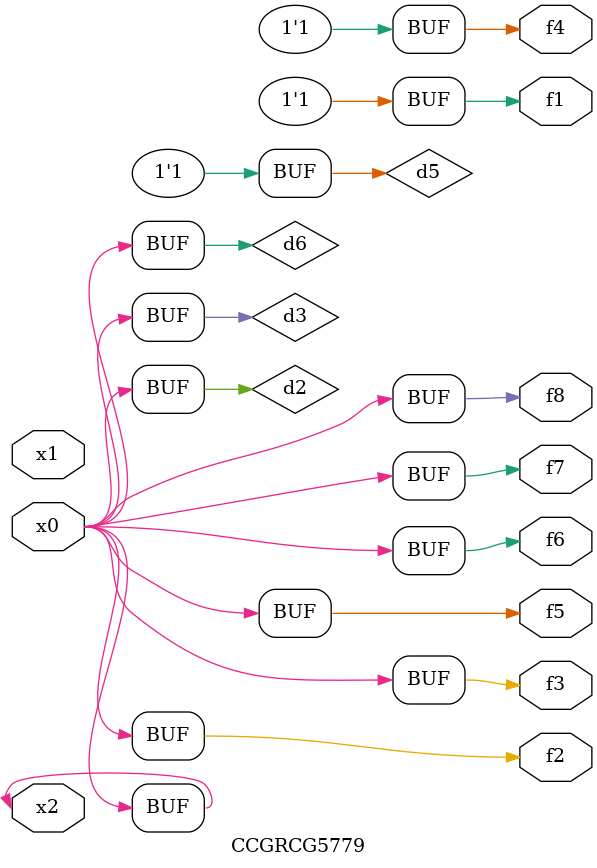
<source format=v>
module CCGRCG5779(
	input x0, x1, x2,
	output f1, f2, f3, f4, f5, f6, f7, f8
);

	wire d1, d2, d3, d4, d5, d6;

	xnor (d1, x2);
	buf (d2, x0, x2);
	and (d3, x0);
	xnor (d4, x1, x2);
	nand (d5, d1, d3);
	buf (d6, d2, d3);
	assign f1 = d5;
	assign f2 = d6;
	assign f3 = d6;
	assign f4 = d5;
	assign f5 = d6;
	assign f6 = d6;
	assign f7 = d6;
	assign f8 = d6;
endmodule

</source>
